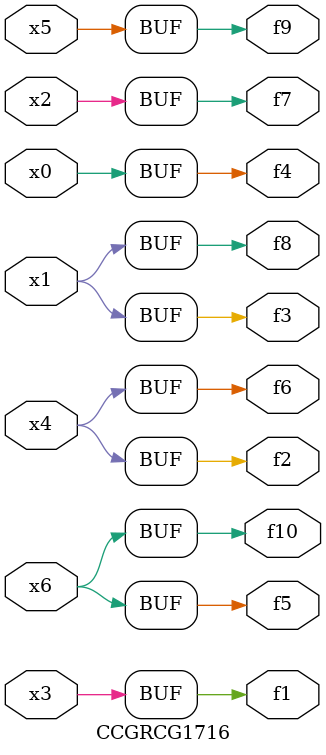
<source format=v>
module CCGRCG1716(
	input x0, x1, x2, x3, x4, x5, x6,
	output f1, f2, f3, f4, f5, f6, f7, f8, f9, f10
);
	assign f1 = x3;
	assign f2 = x4;
	assign f3 = x1;
	assign f4 = x0;
	assign f5 = x6;
	assign f6 = x4;
	assign f7 = x2;
	assign f8 = x1;
	assign f9 = x5;
	assign f10 = x6;
endmodule

</source>
